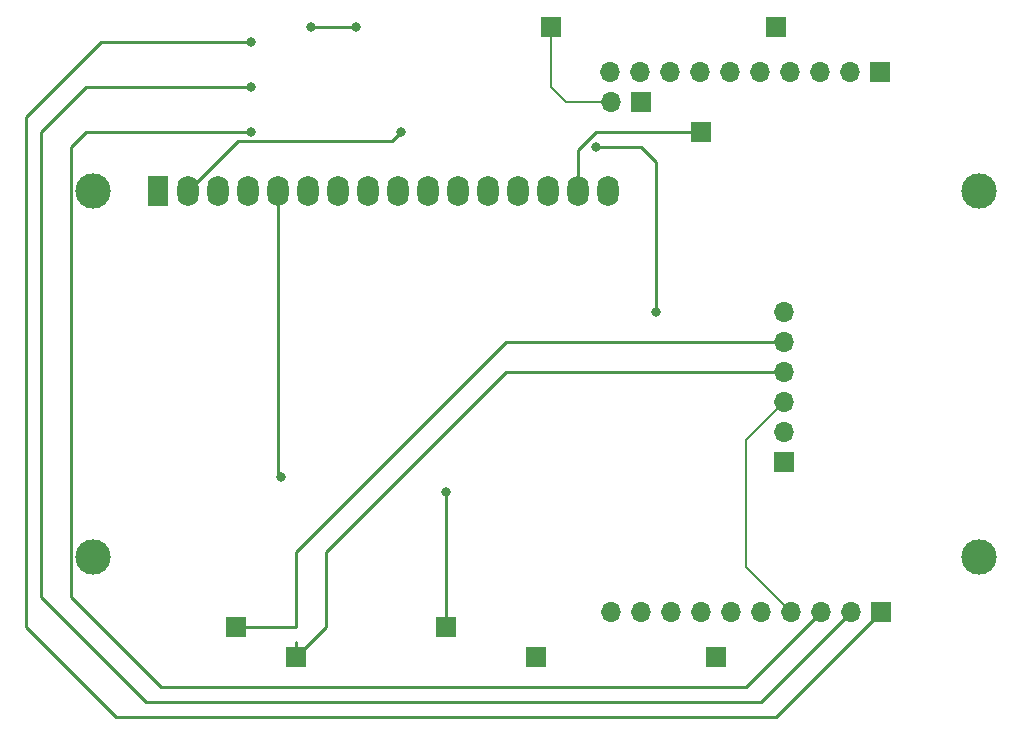
<source format=gbl>
%TF.GenerationSoftware,KiCad,Pcbnew,(6.0.4-0)*%
%TF.CreationDate,2022-04-09T01:41:43-04:00*%
%TF.ProjectId,msp_stuff,6d73705f-7374-4756-9666-2e6b69636164,rev?*%
%TF.SameCoordinates,Original*%
%TF.FileFunction,Copper,L2,Bot*%
%TF.FilePolarity,Positive*%
%FSLAX46Y46*%
G04 Gerber Fmt 4.6, Leading zero omitted, Abs format (unit mm)*
G04 Created by KiCad (PCBNEW (6.0.4-0)) date 2022-04-09 01:41:43*
%MOMM*%
%LPD*%
G01*
G04 APERTURE LIST*
%TA.AperFunction,ComponentPad*%
%ADD10C,3.000000*%
%TD*%
%TA.AperFunction,ComponentPad*%
%ADD11R,1.800000X2.600000*%
%TD*%
%TA.AperFunction,ComponentPad*%
%ADD12O,1.800000X2.600000*%
%TD*%
%TA.AperFunction,ComponentPad*%
%ADD13R,1.700000X1.700000*%
%TD*%
%TA.AperFunction,ComponentPad*%
%ADD14O,1.700000X1.700000*%
%TD*%
%TA.AperFunction,ViaPad*%
%ADD15C,0.800000*%
%TD*%
%TA.AperFunction,Conductor*%
%ADD16C,0.200000*%
%TD*%
%TA.AperFunction,Conductor*%
%ADD17C,0.250000*%
%TD*%
G04 APERTURE END LIST*
D10*
%TO.P,U1,*%
%TO.N,*%
X86960900Y-141373200D03*
X86960900Y-110372500D03*
X161959480Y-141373200D03*
X161960000Y-110372500D03*
D11*
%TO.P,U1,1,VSS*%
%TO.N,GND*%
X92460000Y-110372500D03*
D12*
%TO.P,U1,2,VDD*%
%TO.N,+BATT*%
X95000000Y-110372500D03*
%TO.P,U1,3,Vo*%
%TO.N,Net-(RV1-Pad2)*%
X97540000Y-110372500D03*
%TO.P,U1,4,RS*%
%TO.N,Net-(U1-Pad4)*%
X100080000Y-110372500D03*
%TO.P,U1,5,R/~{W}*%
%TO.N,GND*%
X102620000Y-110372500D03*
%TO.P,U1,6,~{E}*%
%TO.N,Net-(U1-Pad6)*%
X105160000Y-110372500D03*
%TO.P,U1,7,DB0*%
%TO.N,unconnected-(U1-Pad7)*%
X107700000Y-110372500D03*
%TO.P,U1,8,DB1*%
%TO.N,unconnected-(U1-Pad8)*%
X110240000Y-110372500D03*
%TO.P,U1,9,DB2*%
%TO.N,unconnected-(U1-Pad9)*%
X112780000Y-110372500D03*
%TO.P,U1,10,DB3*%
%TO.N,unconnected-(U1-Pad10)*%
X115320000Y-110372500D03*
%TO.P,U1,11,DB4*%
%TO.N,Net-(U1-Pad11)*%
X117860000Y-110372500D03*
%TO.P,U1,12,DB5*%
%TO.N,Net-(U1-Pad12)*%
X120400000Y-110372500D03*
%TO.P,U1,13,DB6*%
%TO.N,Net-(U1-Pad13)*%
X122940000Y-110372500D03*
%TO.P,U1,14,DB7*%
%TO.N,Net-(U1-Pad14)*%
X125480000Y-110372500D03*
%TO.P,U1,15,A/VEE*%
%TO.N,+BATT*%
X128020000Y-110372500D03*
%TO.P,U1,16,K*%
%TO.N,GND*%
X130560000Y-110372500D03*
%TD*%
D13*
%TO.P,REF\u002A\u002A,1*%
%TO.N,Net-(U1-Pad4)*%
X153640000Y-100330000D03*
D14*
%TO.P,REF\u002A\u002A,2*%
%TO.N,Net-(U1-Pad6)*%
X151100000Y-100330000D03*
%TO.P,REF\u002A\u002A,3*%
%TO.N,N/C*%
X148560000Y-100330000D03*
%TO.P,REF\u002A\u002A,4*%
%TO.N,Net-(U1-Pad11)*%
X146020000Y-100330000D03*
%TO.P,REF\u002A\u002A,5*%
%TO.N,Net-(U1-Pad12)*%
X143480000Y-100330000D03*
%TO.P,REF\u002A\u002A,6*%
%TO.N,Net-(U1-Pad13)*%
X140940000Y-100330000D03*
%TO.P,REF\u002A\u002A,7*%
%TO.N,Net-(U1-Pad14)*%
X138400000Y-100330000D03*
%TO.P,REF\u002A\u002A,8*%
%TO.N,N/C*%
X135860000Y-100330000D03*
%TO.P,REF\u002A\u002A,9*%
X133320000Y-100330000D03*
%TO.P,REF\u002A\u002A,10*%
%TO.N,+BATT*%
X130780000Y-100330000D03*
%TD*%
D13*
%TO.P,REF\u002A\u002A,1*%
%TO.N,Net-(R3-Pad1)*%
X153670000Y-146050000D03*
D14*
%TO.P,REF\u002A\u002A,2*%
%TO.N,Net-(R2-Pad1)*%
X151130000Y-146050000D03*
%TO.P,REF\u002A\u002A,3*%
%TO.N,Net-(R1-Pad1)*%
X148590000Y-146050000D03*
%TO.P,REF\u002A\u002A,4*%
%TO.N,N/C*%
X146050000Y-146050000D03*
%TO.P,REF\u002A\u002A,5*%
X143510000Y-146050000D03*
%TO.P,REF\u002A\u002A,6*%
X140970000Y-146050000D03*
%TO.P,REF\u002A\u002A,7*%
X138430000Y-146050000D03*
%TO.P,REF\u002A\u002A,8*%
X135890000Y-146050000D03*
%TO.P,REF\u002A\u002A,9*%
X133350000Y-146050000D03*
%TO.P,REF\u002A\u002A,10*%
%TO.N,GND*%
X130810000Y-146050000D03*
%TD*%
D13*
%TO.P,REF\u002A\u002A,1*%
%TO.N,N/C*%
X145460000Y-133325000D03*
D14*
%TO.P,REF\u002A\u002A,2*%
X145460000Y-130785000D03*
%TO.P,REF\u002A\u002A,3*%
X145460000Y-128245000D03*
%TO.P,REF\u002A\u002A,4*%
%TO.N,GND*%
X145460000Y-125705000D03*
%TO.P,REF\u002A\u002A,5*%
%TO.N,+BATT*%
X145460000Y-123165000D03*
%TO.P,REF\u002A\u002A,6*%
%TO.N,N/C*%
X145460000Y-120625000D03*
%TD*%
D13*
%TO.P,REF\u002A\u002A,1*%
%TO.N,N/C*%
X125730000Y-96520000D03*
%TD*%
%TO.P,REF\u002A\u002A,1*%
%TO.N,GND*%
X133350000Y-102845000D03*
D14*
%TO.P,REF\u002A\u002A,2*%
%TO.N,N/C*%
X130810000Y-102845000D03*
%TD*%
D13*
%TO.P,REF\u002A\u002A,1*%
%TO.N,GND*%
X124460000Y-149860000D03*
%TD*%
%TO.P,REF\u002A\u002A,1*%
%TO.N,GND*%
X104140000Y-149860000D03*
%TD*%
%TO.P,REF\u002A\u002A,1*%
%TO.N,+BATT*%
X116840000Y-147320000D03*
%TD*%
%TO.P,REF\u002A\u002A,1*%
%TO.N,+BATT*%
X99060000Y-147320000D03*
%TD*%
%TO.P,REF\u002A\u002A,1*%
%TO.N,GND*%
X139700000Y-149860000D03*
%TD*%
%TO.P,REF\u002A\u002A,1*%
%TO.N,+BATT*%
X138430000Y-105410000D03*
%TD*%
%TO.P,REF\u002A\u002A,1*%
%TO.N,+BATT*%
X144780000Y-96520000D03*
%TD*%
D15*
%TO.N,GND*%
X102870000Y-134620000D03*
X109220000Y-96520000D03*
X105410000Y-96520000D03*
%TO.N,+BATT*%
X113030000Y-105410000D03*
X134620000Y-120650000D03*
X129540000Y-106680000D03*
X116840000Y-135890000D03*
X116840000Y-135890000D03*
%TO.N,Net-(R1-Pad1)*%
X100330000Y-105410000D03*
%TO.N,Net-(R2-Pad1)*%
X100330000Y-101600000D03*
%TO.N,Net-(R3-Pad1)*%
X100330000Y-97790000D03*
%TD*%
D16*
%TO.N,*%
X142895000Y-130810000D02*
X142240000Y-131465000D01*
X125730000Y-101600000D02*
X125730000Y-96520000D01*
X145460000Y-128245000D02*
X142895000Y-130810000D01*
X142240000Y-131465000D02*
X142240000Y-132080000D01*
X127000000Y-102870000D02*
X125730000Y-101600000D01*
X142240000Y-142240000D02*
X146050000Y-146050000D01*
X142240000Y-132080000D02*
X142240000Y-142240000D01*
X130810000Y-102845000D02*
X127025000Y-102845000D01*
X127025000Y-102845000D02*
X127000000Y-102870000D01*
D17*
%TO.N,GND*%
X104140000Y-149860000D02*
X106680000Y-147320000D01*
X102620000Y-134370000D02*
X102870000Y-134620000D01*
X145460000Y-125705000D02*
X121945000Y-125705000D01*
X102620000Y-110372500D02*
X102620000Y-134370000D01*
X104140000Y-149860000D02*
X104140000Y-148590000D01*
X109220000Y-96520000D02*
X105410000Y-96520000D01*
X106680000Y-147320000D02*
X106680000Y-140970000D01*
X106680000Y-140970000D02*
X121920000Y-125730000D01*
%TO.N,+BATT*%
X129540000Y-105410000D02*
X138430000Y-105410000D01*
X112305489Y-106134511D02*
X113030000Y-105410000D01*
X133350000Y-106680000D02*
X134620000Y-107950000D01*
X134620000Y-113030000D02*
X134620000Y-120650000D01*
X129540000Y-106680000D02*
X133350000Y-106680000D01*
X134620000Y-107950000D02*
X134620000Y-113030000D01*
X145460000Y-123165000D02*
X121945000Y-123165000D01*
X104140000Y-147320000D02*
X99060000Y-147320000D01*
X121945000Y-123165000D02*
X104140000Y-140970000D01*
X99237989Y-106134511D02*
X112305489Y-106134511D01*
X95000000Y-110372500D02*
X99237989Y-106134511D01*
X116840000Y-135890000D02*
X116840000Y-147320000D01*
X128020000Y-106930000D02*
X129540000Y-105410000D01*
X104140000Y-140970000D02*
X104140000Y-147320000D01*
X128020000Y-110372500D02*
X128020000Y-106930000D01*
X121945000Y-123165000D02*
X121920000Y-123190000D01*
%TO.N,Net-(R1-Pad1)*%
X148590000Y-146050000D02*
X142240000Y-152400000D01*
X142240000Y-152400000D02*
X92710000Y-152400000D01*
X92710000Y-152400000D02*
X85090000Y-144780000D01*
X85090000Y-106680000D02*
X86360000Y-105410000D01*
X85090000Y-144780000D02*
X85090000Y-106680000D01*
X86360000Y-105410000D02*
X100330000Y-105410000D01*
%TO.N,Net-(R2-Pad1)*%
X143510000Y-153670000D02*
X151130000Y-146050000D01*
X86360000Y-101600000D02*
X82550000Y-105410000D01*
X82550000Y-144780000D02*
X91440000Y-153670000D01*
X100330000Y-101600000D02*
X86360000Y-101600000D01*
X91440000Y-153670000D02*
X143510000Y-153670000D01*
X82550000Y-105410000D02*
X82550000Y-144780000D01*
%TO.N,Net-(R3-Pad1)*%
X100330000Y-97790000D02*
X87630000Y-97790000D01*
X81280000Y-104140000D02*
X81280000Y-147320000D01*
X87630000Y-97790000D02*
X81280000Y-104140000D01*
X88900000Y-154940000D02*
X144780000Y-154940000D01*
X144780000Y-154940000D02*
X153670000Y-146050000D01*
X81280000Y-147320000D02*
X88900000Y-154940000D01*
%TD*%
M02*

</source>
